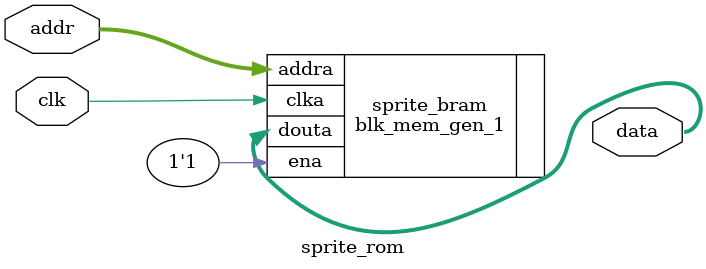
<source format=sv>

module sprite_rom (
    input  logic        clk,
    input  logic [16:0] addr,     // 17-bit address for up to 131072 words
    output logic [5:0]  data      // 6-bit RGB222 pixel data
);

    // Instantiate BRAM (blk_mem_gen_1, reconfigured for 6-bit sprites)
    blk_mem_gen_1 sprite_bram (
        .clka(clk),
        .ena(1'b1),
        .addra(addr),
        .douta(data)
    );

endmodule

</source>
